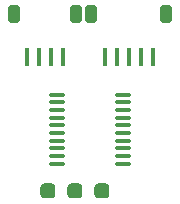
<source format=gtp>
G04*
G04 #@! TF.GenerationSoftware,Altium Limited,Altium Designer,22.0.2 (36)*
G04*
G04 Layer_Color=8421504*
%FSLAX25Y25*%
%MOIN*%
G70*
G04*
G04 #@! TF.SameCoordinates,8B7FD933-5714-494C-BD6B-9A299CFF0B11*
G04*
G04*
G04 #@! TF.FilePolarity,Positive*
G04*
G01*
G75*
G04:AMPARAMS|DCode=12|XSize=15.75mil|YSize=59.06mil|CornerRadius=3.94mil|HoleSize=0mil|Usage=FLASHONLY|Rotation=180.000|XOffset=0mil|YOffset=0mil|HoleType=Round|Shape=RoundedRectangle|*
%AMROUNDEDRECTD12*
21,1,0.01575,0.05118,0,0,180.0*
21,1,0.00787,0.05906,0,0,180.0*
1,1,0.00787,-0.00394,0.02559*
1,1,0.00787,0.00394,0.02559*
1,1,0.00787,0.00394,-0.02559*
1,1,0.00787,-0.00394,-0.02559*
%
%ADD12ROUNDEDRECTD12*%
G04:AMPARAMS|DCode=13|XSize=39.37mil|YSize=59.06mil|CornerRadius=9.84mil|HoleSize=0mil|Usage=FLASHONLY|Rotation=0.000|XOffset=0mil|YOffset=0mil|HoleType=Round|Shape=RoundedRectangle|*
%AMROUNDEDRECTD13*
21,1,0.03937,0.03937,0,0,0.0*
21,1,0.01968,0.05906,0,0,0.0*
1,1,0.01968,0.00984,-0.01968*
1,1,0.01968,-0.00984,-0.01968*
1,1,0.01968,-0.00984,0.01968*
1,1,0.01968,0.00984,0.01968*
%
%ADD13ROUNDEDRECTD13*%
%ADD14O,0.05906X0.01378*%
G04:AMPARAMS|DCode=15|XSize=50mil|YSize=50mil|CornerRadius=12.5mil|HoleSize=0mil|Usage=FLASHONLY|Rotation=90.000|XOffset=0mil|YOffset=0mil|HoleType=Round|Shape=RoundedRectangle|*
%AMROUNDEDRECTD15*
21,1,0.05000,0.02500,0,0,90.0*
21,1,0.02500,0.05000,0,0,90.0*
1,1,0.02500,0.01250,0.01250*
1,1,0.02500,0.01250,-0.01250*
1,1,0.02500,-0.01250,-0.01250*
1,1,0.02500,-0.01250,0.01250*
%
%ADD15ROUNDEDRECTD15*%
D12*
X20874Y24000D02*
D03*
X16937D02*
D03*
X9063D02*
D03*
X13000D02*
D03*
X5126D02*
D03*
X-20874D02*
D03*
X-16937D02*
D03*
X-13000D02*
D03*
X-9063D02*
D03*
D13*
X500Y38500D02*
D03*
X25500D02*
D03*
X-25437D02*
D03*
X-4500D02*
D03*
D14*
X-11024Y11516D02*
D03*
Y8957D02*
D03*
Y6398D02*
D03*
Y3839D02*
D03*
Y1280D02*
D03*
Y-1280D02*
D03*
Y-3839D02*
D03*
Y-6398D02*
D03*
Y-8957D02*
D03*
Y-11516D02*
D03*
X11024Y11516D02*
D03*
Y8957D02*
D03*
Y6398D02*
D03*
Y3839D02*
D03*
Y1280D02*
D03*
Y-1280D02*
D03*
Y-3839D02*
D03*
Y-6398D02*
D03*
Y-8957D02*
D03*
Y-11516D02*
D03*
D15*
X3906Y-20500D02*
D03*
X-5000D02*
D03*
X-13905D02*
D03*
M02*

</source>
